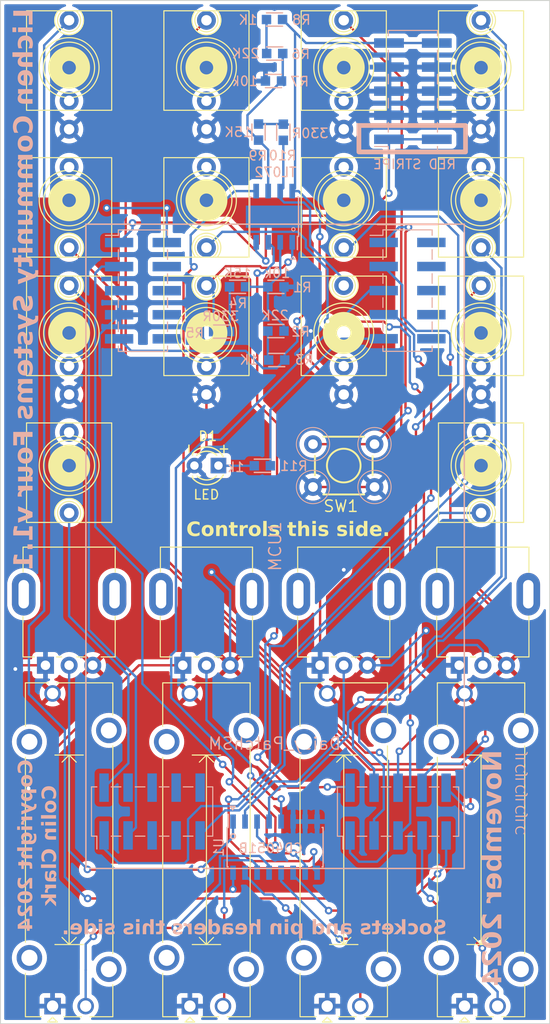
<source format=kicad_pcb>
(kicad_pcb (version 20241229) (generator "pcbnew") (generator_version "9.0")
  (layers (0 "F.Cu" signal) (2 "B.Cu" signal) (13 "F.Paste" user) (15 "B.Paste" user) (5 "F.SilkS" user "F.Silkscreen") (7 "B.SilkS" user "B.Silkscreen") (1 "F.Mask" user) (3 "B.Mask" user) (25 "Edge.Cuts" user))
  (net 0 "")
  (net 1 "GND")
  (net 2 "Net-(D1-A)")
  (net 3 "CV_JACK_1")
  (net 5 "CV_JACK_2")
  (net 7 "CV_JACK_3")
  (net 9 "CV_JACK_4")
  (net 11 "CV_JACK_5")
  (net 13 "CV_JACK_6")
  (net 15 "CV_JACK_7")
  (net 17 "CV_JACK_8")
  (net 19 "AUDIO_CV_OUT_1")
  (net 21 "BIPOLAR_CV_OUT_1")
  (net 23 "BIPOLAR_CV_OUT_2")
  (net 25 "AUDIO_CV_OUT_2")
  (net 27 "-12V")
  (net 28 "+12V")
  (net 29 "GATE_IN_1")
  (net 31 "GATE_OUT_1")
  (net 32 "ADC_MUX")
  (net 37 "+3.3V")
  (net 44 "UNIPOLAR_CV_OUT_2")
  (net 45 "UNIPOLAR_CV_OUT_1")
  (net 46 "GPIO_BUTTON_1")
  (net 47 "CHANNEL_SEL_A")
  (net 48 "CHANNEL_SEL_B")
  (net 49 "CHANNEL_SEL_C")
  (net 50 "GPIO_LED_1")
  (net 56 "Net-(U2A--)")
  (net 57 "Net-(R2-Pad2)")
  (net 58 "Net-(R4-Pad2)")
  (net 59 "Net-(U2B--)")
  (net 60 "Net-(R7-Pad2)")
  (net 61 "Net-(R10-Pad1)")
  (net 62 "Net-(U1-X0)")
  (net 63 "Net-(U1-X1)")
  (net 64 "Net-(U1-X2)")
  (net 65 "Net-(U1-X3)")
  (net 66 "Net-(U1-X4)")
  (net 67 "Net-(U1-X5)")
  (net 68 "Net-(U1-X6)")
  (net 69 "Net-(U1-X7)")
  (footprint "Lichen:Potentiometer_Bourns_PTA2043_Single_Slide" (layer "F.Cu") (at 108.527 199.89 90)
    (property "Reference" "RV1" (hide yes))
    (property "Value" "R_Potentiometer" (hide yes))
  )
  (footprint "PCM_4ms_LED:LED_3mm_C1A2_Polarity_Indicator" (layer "F.Cu") (at 123.043 159.339)
    (property "Reference" "D1")
    (property "Value" "LED")
  )
  (footprint "Lichen:Potentiometer_Bourns_PTA2043_Single_Slide" (layer "F.Cu") (at 152.073 199.89 90)
    (property "Reference" "RV4" (hide yes))
    (property "Value" "R_Potentiometer" (hide yes))
  )
  (footprint "winterbloom:Potentiometer_Alpha_R0904N" (layer "F.Cu") (at 123.043 172.915)
    (property "Reference" "RV6")
    (property "Value" "Eurorack_Pot" (hide yes))
  )
  (footprint "winterbloom:AudioJack_WQP518MA" (layer "F.Cu") (at 152.073 117.339)
    (property "Reference" "J4")
    (property "Value" "Eurorack_Mono_Jack" (hide yes))
  )
  (footprint "winterbloom:AudioJack_WQP518MA" (layer "F.Cu") (at 137.558 117.339)
    (property "Reference" "J3")
    (property "Value" "Eurorack_Mono_Jack" (hide yes))
  )
  (footprint "winterbloom:AudioJack_WQP518MA_No_S" (layer "F.Cu") (at 108.527 159.339 180)
    (property "Reference" "J13")
    (property "Value" "Eurorack_Mono_Jack" (hide yes))
  )
  (footprint "winterbloom:Potentiometer_Alpha_R0904N" (layer "F.Cu") (at 137.558 172.915)
    (property "Reference" "RV7")
    (property "Value" "Eurorack_Pot" (hide yes))
  )
  (footprint "winterbloom:AudioJack_WQP518MA" (layer "F.Cu") (at 108.527 117.339)
    (property "Reference" "J1")
    (property "Value" "Eurorack_Mono_Jack" (hide yes))
  )
  (footprint "winterbloom:AudioJack_WQP518MA" (layer "F.Cu") (at 108.527 145.339)
    (property "Reference" "J9")
    (property "Value" "Eurorack_Mono_Jack" (hide yes))
  )
  (footprint "winterbloom:AudioJack_WQP518MA_No_S" (layer "F.Cu") (at 108.527 131.339 180)
    (property "Reference" "J5")
    (property "Value" "Eurorack_Mono_Jack" (hide yes))
  )
  (footprint "ES_Daisy_Patch_SM_FB_Rev1:TL1105SPF250Q_SILK" (layer "F.Cu") (at 137.558 159.339)
    (property "Reference" "SW1")
    (property "Value" "TL1105SPF250Q" (hide yes))
  )
  (footprint "winterbloom:AudioJack_WQP518MA_No_S" (layer "F.Cu") (at 137.558 131.339 180)
    (property "Reference" "J7")
    (property "Value" "Eurorack_Mono_Jack" (hide yes))
  )
  (footprint "winterbloom:Potentiometer_Alpha_R0904N" (layer "F.Cu") (at 152.265 172.915)
    (property "Reference" "RV8")
    (property "Value" "Eurorack_Pot" (hide yes))
  )
  (footprint "winterbloom:AudioJack_WQP518MA_No_S" (layer "F.Cu") (at 152.073 131.339 180)
    (property "Reference" "J8")
    (property "Value" "Eurorack_Mono_Jack" (hide yes))
  )
  (footprint "Lichen:Potentiometer_Bourns_PTA2043_Single_Slide" (layer "F.Cu") (at 123.043 199.89 90)
    (property "Reference" "RV2" (hide yes))
    (property "Value" "R_Potentiometer" (hide yes))
  )
  (footprint "Lichen:Potentiometer_Bourns_PTA2043_Single_Slide" (layer "F.Cu") (at 137.558 199.89 90)
    (property "Reference" "RV3" (hide yes))
    (property "Value" "R_Potentiometer" (hide yes))
  )
  (footprint "winterbloom:AudioJack_WQP518MA" (layer "F.Cu") (at 152.073 145.339)
    (property "Reference" "J12")
    (property "Value" "Eurorack_Mono_Jack" (hide yes))
  )
  (footprint "winterbloom:AudioJack_WQP518MA" (layer "F.Cu") (at 123.043 117.339)
    (property "Reference" "J2")
    (property "Value" "Eurorack_Mono_Jack" (hide yes))
  )
  (footprint "winterbloom:AudioJack_WQP518MA" (layer "F.Cu") (at 123.043 145.339)
    (property "Reference" "J10")
    (property "Value" "Eurorack_Mono_Jack" (hide yes))
  )
  (footprint "Lichen:Daisy_Patch_Submodule_SMD" (layer "F.Cu") (at 130.3 167.86 -90)
    (property "Reference" "MCU1")
    (property "Value" "Daisy_PatchSM")
  )
  (footprint "winterbloom:AudioJack_WQP518MA_No_S" (layer "F.Cu") (at 123.043 131.339 180)
    (property "Reference" "J6")
    (property "Value" "Eurorack_Mono_Jack" (hide yes))
  )
  (footprint "winterbloom:Potentiometer_Alpha_R0904N" (layer "F.Cu") (at 108.527 172.915)
    (property "Reference" "RV5")
    (property "Value" "Eurorack_Pot" (hide yes))
  )
  (footprint "winterbloom:AudioJack_WQP518MA_No_S" (layer "F.Cu") (at 152.073 159.339 180)
    (property "Reference" "J14")
    (property "Value" "Eurorack_Mono_Jack" (hide yes))
  )
  (footprint "winterbloom:AudioJack_WQP518MA" (layer "F.Cu") (at 137.558 145.339)
    (property "Reference" "J11")
    (property "Value" "Eurorack_Mono_Jack" (hide yes))
  )
  (footprint "PCM_4ms_Resistor:R_0603" (layer "B.Cu") (at 124.65 145.2 180)
    (property "Reference" "R5")
    (property "Value" "330R")
  )
  (footprint "PCM_4ms_Package_SOIC:SOIC-16_3.9x9.9mm_Pitch1.27mm" (layer "B.Cu") (at 130.3 199.61 -90)
    (property "Reference" "U1")
    (property "Value" "CD4051B")
  )
  (footprint "PCM_4ms_Resistor:R_0603" (layer "B.Cu") (at 128.95 159.36)
    (property "Reference" "R11")
    (property "Value" "1k")
  )
  (footprint "PCM_4ms_Resistor:R_0603" (layer "B.Cu") (at 130.24 112.26)
    (property "Reference" "R8")
    (property "Value" "1K")
  )
  (footprint "PCM_4ms_Package_SOIC:SOIC-8-1EP_3.9x4.9mm_Pitch1.27mm_HandSolder" (layer "B.Cu") (at 130.205 133.07 90)
    (property "Reference" "U2" (hide yes))
    (property "Value" "TL072")
  )
  (footprint "PCM_4ms_Resistor:R_0603" (layer "B.Cu") (at 130.47 148.2)
    (property "Reference" "R3")
    (property "Value" "1K")
  )
  (footprint "PCM_4ms_Resistor:R_0603" (layer "B.Cu") (at 126.33 140.47 180)
    (property "Reference" "R4")
    (property "Value" "15K")
  )
  (footprint "PCM_4ms_Resistor:R_0603" (layer "B.Cu") (at 130.39 145.14 180)
    (property "Reference" "R2")
    (property "Value" "22K")
  )
  (footprint "PCM_4ms_Resistor:R_0603" (layer "B.Cu") (at 128.55 124.14 90)
    (property "Reference" "R9")
    (property "Value" "15K")
  )
  (footprint "PCM_4ms_Resistor:R_0603" (layer "B.Cu") (at 131.17 124.16 -90)
    (property "Reference" "R10")
    (property "Value" "330R")
  )
  (footprint "Connector_PinHeader_2.54mm:PinHeader_2x05_P2.54mm_Vertical_SMD" (layer "B.Cu") (at 144.865 119.82)
    (property "Reference" "PWR1" (hide yes))
    (property "Value" "Eurorack_Power")
  )
  (footprint "PCM_4ms_Resistor:R_0603" (layer "B.Cu") (at 130.39 140.48 180)
    (property "Reference" "R1")
    (property "Value" "10k")
  )
  (footprint "PCM_4ms_Resistor:R_0603" (layer "B.Cu") (at 130.26 115.85 180)
    (property "Reference" "R7")
    (property "Value" "22K")
  )
  (footprint "PCM_4ms_Resistor:R_0603" (layer "B.Cu") (at 130.13 118.75)
    (property "Reference" "R6")
    (property "Value" "10k")
  )
  (gr_rect (start 139.16 123.445) (end 150.43 126.235) (stroke (width 0.5)) (fill no) (layer "B.SilkS"))
  (gr_rect (start 101.27 110.25) (end 159.33 218.25) (stroke (width 0.1)) (fill no) (layer "Edge.Cuts"))
  (gr_text "Controls this side." (at 120.91 167.03 0) (layer "F.SilkS") (effects (font (size 1.5 1.5) (thickness 0.2) (bold yes)) (justify left bottom)))
  (gr_text "Copyright 2024\nColin Clark" (at 107.4 199.45 90) (layer "B.SilkS") (effects (font (size 1.5 1.5) (thickness 0.2) (bold yes)) (justify bottom mirror)))
  (gr_text "Sockets and pin headers this side." (at 148.45 209.06 0) (layer "B.SilkS") (effects (font (size 1.5 1.5) (thickness 0.2) (bold yes)) (justify left bottom mirror)))
  (gr_text "JLCJLCJLCJLC" (at 156.89 189.64 90) (layer "B.SilkS") (effects (font (size 1 1)) (justify left bottom mirror)))
  (gr_text "November 2024" (at 154.55 189.34 90) (layer "B.SilkS") (effects (font (size 2 2) (thickness 0.3) (bold yes)) (justify left bottom mirror)))
  (gr_text "Lichen Community Systems Four v1.1" (at 105 111.08 90) (layer "B.SilkS") (effects (font (size 2 2) (thickness 0.4) (bold yes)) (justify left bottom mirror)))
  (segment (start 106.027 180.415) (end 103.235 180.415) (width 0.25) (layer "F.Cu") (net 1))
  (segment (start 115.915 180.415) (end 120.543 180.415) (width 0.25) (layer "F.Cu") (net 1))
  (segment (start 104.24 193.41) (end 104.24 192.09) (width 0.25) (layer "F.Cu") (net 1))
  (segment (start 103.235 180.415) (end 102.84 180.81) (width 0.25) (layer "F.Cu") (net 1))
  (segment (start 123.043 151.839) (end 123.043 158.069) (width 0.25) (layer "F.Cu") (net 1))
  (segment (start 134.07 148.351) (end 137.558 151.839) (width 0.25) (layer "F.Cu") (net 1))
  (segment (start 140.8092 161.5996) (end 134.3068 161.5996) (width 0.25) (layer "F.Cu") (net 1))
  (segment (start 134.07 145.13) (end 134.07 148.351) (width 0.25) (layer "F.Cu") (net 1))
  (segment (start 123.043 158.069) (end 121.773 159.339) (width 0.25) (layer "F.Cu") (net 1))
  (segment (start 135.058 172.842) (end 137.56 170.34) (width 0.25) (layer "F.Cu") (net 1))
  (segment (start 104.24 192.09) (end 115.915 180.415) (width 0.25) (layer "F.Cu") (net 1))
  (segment (start 135.058 180.415) (end 135.058 172.842) (width 0.25) (layer "F.Cu") (net 1))
  (via (at 134.07 145.13) (size 0.8) (drill 0.4) (layers "F.Cu" "B.Cu") (net 1))
  (via (at 137.56 170.34) (size 0.8) (drill 0.4) (layers "F.Cu" "B.Cu") (net 1))
  (via (at 102.84 180.81) (size 0.8) (drill 0.4) (layers "F.Cu" "B.Cu") (net 1))
  (via (at 104.24 193.41) (size 0.8) (drill 0.4) (layers "F.Cu" "B.Cu") (net 1))
  (segment (start 113.739 151.839) (end 123.043 151.839) (width 0.25) (layer "B.Cu") (net 1))
  (segment (start 142.34 119.82) (end 142.34 122.36) (width 0.25) (layer "B.Cu") (net 1))
  (segment (start 142.34 117.28) (end 147.39 117.28) (width 0.25) (layer "B.Cu") (net 1))
  (segment (start 147.39 119.82) (end 147.39 122.36) (width 0.25) (layer "B.Cu") (net 1))
  (segment (start 147.39 119.82) (end 142.34 119.82) (width 0.25) (layer "B.Cu") (net 1))
  (segment (start 113.81 143.42) (end 111.74 145.49) (width 0.25) (layer "B.Cu") (net 1))
  (segment (start 111.74 145.49) (end 111.74 149.84) (width 0.25) (layer "B.Cu") (net 1))
  (segment (start 147.39 122.36) (end 142.34 122.36) (width 0.25) (layer "B.Cu") (net 1))
  (segment (start 111.74 149.84) (end 113.739 151.839) (width 0.25) (layer "B.Cu") (net 1))
  (segment (start 124.334 159.36) (end 124.313 159.339) (width 0.25) (layer "B.Cu") (net 2))
  (segment (start 128.1 159.36) (end 124.334 159.36) (width 0.25) (layer "B.Cu") (net 2))
  (segment (start 144.89 205.03) (end 147.48 202.44) (width 0.25) (layer "F.Cu") (net 3))
  (segment (start 147.48 202.44) (end 147.48 202.43) (width 0.25) (layer "F.Cu") (net 3))
  (segment (start 110.49 205.03) (end 144.89 205.03) (width 0.25) (layer "F.Cu") (net 3))
  (segment (start 147.49 202.43) (end 147.53 202.39) (width 0.25) (layer "F.Cu") (net 3))
  (segment (start 147.48 202.43) (end 147.49 202.43) (width 0.25) (layer "F.Cu") (net 3))
  (via (at 147.48 202.43) (size 0.8) (drill 0.4) (layers "F.Cu" "B.Cu") (net 3))
  (via (at 110.49 205.03) (size 0.8) (drill 0.4) (layers "F.Cu" "B.Cu") (net 3))
  (segment (start 110.49 205.16) (end 110.42 205.09) (width 0.25) (layer "B.Cu") (net 3))
  (segment (start 108.077 202.747) (end 110.36 205.03) (width 0.25) (layer "B.Cu") (net 3))
  (segment (start 148.38 201.53) (end 148.38 198.38) (width 0.25) (layer "B.Cu") (net 3))
  (segment (start 105.89 174.65) (end 104.275 176.265) (width 0.25) (layer "B.Cu") (net 3))
  (segment (start 108.077 187.257) (end 108.077 202.747) (width 0.25) (layer "B.Cu") (net 3))
  (segment (start 110.49 205.03) (end 110.49 205.16) (width 0.25) (layer "B.Cu") (net 3))
  (segment (start 110.36 205.03) (end 110.49 205.03) (width 0.25) (layer "B.Cu") (net 3))
  (segment (start 104.275 183.455) (end 108.077 187.257) (width 0.25) (layer "B.Cu") (net 3))
  (segment (start 105.89 114.976) (end 105.89 174.65) (width 0.25) (layer "B.Cu") (net 3))
  (segment (start 104.275 176.265) (end 104.275 183.455) (width 0.25) (layer "B.Cu") (net 3))
  (segment (start 108.527 112.339) (end 105.89 114.976) (width 0.25) (layer "B.Cu") (net 3))
  (segment (start 147.48 202.43) (end 148.38 201.53) (width 0.25) (layer "B.Cu") (net 3))
  (segment (start 152.4 192.83) (end 150.42 190.85) (width 0.25) (layer "F.Cu") (net 5))
  (segment (start 146.71 205.023182) (end 147.446818 205.76) (width 0.25) (layer "F.Cu") (net 5))
  (segment (start 147.446818 205.76) (end 149.36 205.76) (width 0.25) (layer "F.Cu") (net 5))
  (segment (start 114.505 120.877) (end 123.043 112.339) (width 0.25) (layer "F.Cu") (net 5))
  (segment (start 152.4 202.72) (end 152.4 192.83) (width 0.25) (layer "F.Cu") (net 5))
  (segment (start 114.505 164.928604) (end 114.505 120.877) (width 0.25) (layer "F.Cu") (net 5))
  (segment (start 150.42 190.85) (end 140.426396 190.85) (width 0.25) (layer "F.Cu") (net 5))
  (segment (start 149.36 205.76) (end 152.4 202.72) (width 0.25) (layer "F.Cu") (net 5))
  (segment (start 140.426396 190.85) (end 114.505 164.928604) (width 0.25) (layer "F.Cu") (net 5))
  (via (at 146.71 205.023182) (size 0.8) (drill 0.4) (layers "F.Cu" "B.Cu") (net 5))
  (segment (start 146.71 205.023182) (end 145.84 204.153182) (width 0.25) (layer "B.Cu") (net 5))
  (segment (start 145.84 204.153182) (end 145.84 198.38) (width 0.25) (layer "B.Cu") (net 5))
  (segment (start 144.59 186.5) (end 144.59 163.37) (width 0.25) (layer "F.Cu") (net 7))
  (segment (start 144.59 163.37) (end 143.635 162.415) (width 0.25) (layer "F.Cu") (net 7))
  (segment (start 143.685 118.466) (end 137.558 112.339) (width 0.25) (layer "F.Cu") (net 7))
  (segment (start 143.635 134.530305) (end 143.685 134.480305) (width 0.25) (layer "F.Cu") (net 7))
  (segment (start 143.685 134.480305) (end 143.685 118.466) (width 0.25) (layer "F.Cu") (net 7))
  (segment (start 143.635 162.415) (end 143.635 134.530305) (width 0.25) (layer "F.Cu") (net 7))
  (via (at 144.59 186.5) (size 0.8) (drill 0.4) (layers "F.Cu" "B.Cu") (net 7))
  (segment (start 144.59 186.5) (end 144.58 186.51) (width 0.25) (layer "B.Cu") (net 7))
  (segment (start 144.58 197.1) (end 143.3 198.38) (width 0.25) (layer "B.Cu") (net 7))
  (segment (start 144.58 186.51) (end 144.58 197.1) (width 0.25) (layer "B.Cu") (net 7))
  (segment (start 141.79 191.09) (end 141.79 195.62) (width 0.25) (layer "B.Cu") (net 9))
  (segment (start 146.41 178.843604) (end 146.41 179.44) (width 0.25) (layer "B.Cu") (net 9))
  (segment (start 152.073 112.339) (end 154.68 114.946) (width 0.25) (layer "B.Cu") (net 9))
  (segment (start 140.76 196.65) (end 140.76 198.38) (width 0.25) (layer "B.Cu") (net 9))
  (segment (start 146.41 179.44) (end 139.19 186.66) (width 0.25) (layer "B.Cu") (net 9))
  (segment (start 148.06 177.83) (end 147.423604 177.83) (width 0.25) (layer "B.Cu") (net 9))
  (segment (start 147.423604 177.83) (end 146.41 178.843604) (width 0.25) (layer "B.Cu") (net 9))
  (segment (start 154.68 171.21) (end 148.06 177.83) (width 0.25) (layer "B.Cu") (net 9))
  (segment (start 139.19 186.66) (end 139.19 188.49) (width 0.25) (layer "B.Cu") (net 9))
  (segment (start 154.68 114.946) (end 154.68 171.21) (width 0.25) (layer "B.Cu") (net 9))
  (segment (start 139.19 188.49) (end 141.79 191.09) (width 0.25) (layer "B.Cu") (net 9))
  (segment (start 141.79 195.62) (end 140.76 196.65) (width 0.25) (layer "B.Cu") (net 9))
  (segment (start 150.96 192.11) (end 150.96 195.32) (width 0.25) (layer "F.Cu") (net 11))
  (segment (start 114.055 165.115) (end 140.38 191.44) (width 0.25) (layer "F.Cu") (net 11))
  (segment (start 140.38 191.44) (end 150.29 191.44) (width 0.25) (layer "F.Cu") (net 11))
  (segment (start 114.055 141.867) (end 114.055 165.115) (width 0.25) (layer "F.Cu") (net 11))
  (segment (start 150.96 195.32) (end 150.96 195.43) (width 0.25) (layer "F.Cu") (net 11))
  (segment (start 108.527 136.339) (end 114.055 141.867) (width 0.25) (layer "F.Cu") (net 11))
  (segment (start 150.29 191.44) (end 150.96 192.11) (width 0.25) (layer "F.Cu") (net 11))
  (via (at 150.96 195.32) (size 0.8) (drill 0.4) (layers "F.Cu" "B.Cu") (net 11))
  (segment (start 150.96 195.32) (end 150.36 195.32) (width 0.25) (layer "B.Cu") (net 11))
  (segment (start 150.36 195.32) (end 148.38 193.34) (width 0.25) (layer "B.Cu") (net 11))
  (segment (start 145.08 151.08) (end 146.03 152.03) (width 0.25) (layer "F.Cu") (net 13))
  (segment (start 152.52 188.2) (end 152.5 188.2) (width 0.25) (layer "F.Cu") (net 13))
  (segment (start 135.85 144.13) (end 135.87 144.15) (width 0.25) (layer "F.Cu") (net 13))
  (segment (start 141.82 144.15) (end 142.37 144.7) (width 0.25) (layer "F.Cu") (net 13))
  (segment (start 146.03 167.126396) (end 156.773604 177.87) (width 0.25) (layer "F.Cu") (net 13))
  (segment (start 152.52 185.93) (end 152.52 188.2) (width 0.25) (layer "F.Cu") (net 13))
  (segment (start 152.5 188.2) (end 152.54 188.16) (width 0.25) (layer "F.Cu") (net 13))
  (segment (start 156.773604 181.676396) (end 152.52 185.93) (width 0.25) (layer "F.Cu") (net 13))
  (segment (start 156.773604 177.87) (end 156.773604 181.676396) (width 0.25) (layer "F.Cu") (net 13))
  (segment (start 146.03 152.03) (end 146.03 167.126396) (width 0.25) (layer "F.Cu") (net 13))
  (segment (start 135.87 144.15) (end 141.82 144.15) (width 0.25) (layer "F.Cu") (net 13))
  (via (at 145.08 151) (size 0.8) (drill 0.4) (layers "F.Cu" "B.Cu") (net 13))
  (via (at 152.52 188.2) (size 0.8) (drill 0.4) (layers "F.Cu" "B.Cu") (net 13))
  (via (at 135.85 144.13) (size 0.8) (drill 0.4) (layers "F.Cu" "B.Cu") (net 13))
  (via (at 142.38 144.71) (size 0.8) (drill 0.4) (layers "F.Cu" "B.Cu") (net 13))
  (segment (start 149.93 190.81) (end 147.29 190.81) (width 0.25) (layer "B.Cu") (net 13))
  (segment (start 152.52 188.22) (end 149.93 190.81) (width 0.25) (layer "B.Cu") (net 13))
  (segment (start 135.85 138.616396) (end 133.55 136.316396) (width 0.25) (layer "B.Cu") (net 13))
  (segment (start 142.37 144.7) (end 142.38 144.71) (width 0.25) (layer "B.Cu") (net 13))
  (segment (start 124.712 134.67) (end 123.043 136.339) (width 0.25) (layer "B.Cu") (net 13))
  (segment (start 152.52 188.2) (end 152.52 188.22) (width 0.25) (layer "B.Cu") (net 13))
  (segment (start 133.55 136.316396) (end 133.55 135.51) (width 0.25) (layer "B.Cu") (net 13))
  (segment (start 133.55 135.51) (end 132.71 134.67) (width 0.25) (layer "B.Cu") (net 13))
  (segment (start 144.545 150.545) (end 144.545 145.735) (width 0.25) (layer "B.Cu") (net 13))
  (segment (start 144.545 145.735) (end 143.52 144.71) (width 0.25) (layer "B.Cu") (net 13))
  (segment (start 147.29 190.81) (end 145.84 192.26) (width 0.25) (layer "B.Cu") (net 13))
  (segment (start 135.85 144.13) (end 135.85 138.616396) (width 0.25) (layer "B.Cu") (net 13))
  (segment (start 145.08 151.08) (end 145.08 151) (width 0.25) (layer "B.Cu") (net 13))
  (segment (start 145.84 192.26) (end 145.84 193.34) (width 0.25) (layer "B.Cu") (net 13))
  (segment (start 143.52 144.71) (end 142.38 144.71) (width 0.25) (layer "B.Cu") (net 13))
  (segment (start 145 151) (end 144.545 150.545) (width 0.25) (layer "B.Cu") (net 13))
  (segment (start 145.08 151) (end 145 151) (width 0.25) (layer "B.Cu") (net 13))
  (segment (start 132.71 134.67) (end 124.712 134.67) (width 0.25) (layer "B.Cu") (net 13))
  (segment (start 145.19 155.22) (end 145.16 155.25) (width 0.25) (layer "F.Cu") (net 15))
  (segment (start 143.55 189.49) (end 143.43 189.49) (width 0.25) (layer "F.Cu") (net 15))
  (segment (start 145.16 155.25) (end 145.19 155.28) (width 0.25) (layer "F.Cu") (net 15))
  (segment (start 145.19 155.28) (end 145.19 180.78) (width 0.25) (layer "F.Cu") (net 15))
  (segment (start 148.19 183.78) (end 148.19 184.85) (width 0.25) (layer "F.Cu") (net 15))
  (segment (start 143.43 189.49) (end 143.4 189.52) (width 0.25) (layer "F.Cu") (net 15))
  (segment (start 145.19 180.78) (end 148.19 183.78) (width 0.25) (layer "F.Cu") (net 15))
  (segment (start 148.19 184.85) (end 143.55 189.49) (width 0.25) (layer "F.Cu") (net 15))
  (via (at 145.16 155.25) (size 0.8) (drill 0.4) (layers "F.Cu" "B.Cu") (net 15))
  (via (at 143.43 189.49) (size 0.8) (drill 0.4) (layers "F.Cu" "B.Cu") (net 15))
  (segment (start 149.66 150.75) (end 149.66 135.05) (width 0.25) (layer "B.Cu") (net 15))
  (segment (start 143.43 189.49) (end 143.3 189.62) (width 0.25) (layer "B.Cu") (net 15))
  (segment (start 141.49 133.05) (end 138.201 136.339) (width 0.25) (layer "B.Cu") (net 15))
  (segment (start 147.66 133.05) (end 141.49 133.05) (width 0.25) (layer "B.Cu") (net 15))
  (segment (start 143.3 189.62) (end 143.3 193.34) (width 0.25) (layer "B.Cu") (net 15))
  (segment (start 149.66 135.05) (end 147.66 133.05) (width 0.25) (layer "B.Cu") (net 15))
  (segment (start 138.201 136.339) (end 137.558 136.339) (width 0.25) (layer "B.Cu") (net 15))
  (segment (start 145.16 155.25) (end 149.66 150.75) (width 0.25) (layer "B.Cu") (net 15))
  (segment (start 138.53 189.13) (end 138.53 186.45) (width 0.25) (layer "B.Cu") (net 17))
  (segment (start 147.873604 177.38) (end 154.23 171.023604) (width 0.25) (layer "B.Cu") (net 17))
  (segment (start 140.76 191.36) (end 138.53 189.13) (width 0.25) (layer "B.Cu") (net 17))
  (segment (start 138.53 186.45) (end 145.96 179.02) (width 0.25) (layer "B.Cu") (net 17))
  (segment (start 154.23 138.496) (end 154.23 140.4) (width 0.25) (layer "B.Cu") (net 17))
  (segment (start 152.073 136.339) (end 154.23 138.496) (width 0.25) (layer "B.Cu") (net 17))
  (segment (start 140.76 193.34) (end 140.76 191.36) (width 0.25) (layer "B.Cu") (net 17))
  (segment (start 145.96 179.02) (end 145.96 178.657208) (width 0.25) (layer "B.Cu") (net 17))
  (segment (start 145.96 178.657208) (end 147.237208 177.38) (width 0.25) (layer "B.Cu") (net 17))
  (segment (start 147.237208 177.38) (end 147.873604 177.38) (width 0.25) (layer "B.Cu") (net 17))
  (segment (start 154.23 171.023604) (end 154.23 139.12) (width 0.25) (layer "B.Cu") (net 17))
  (segment (start 110.61 142.422) (end 110.61 176.673604) (width 0.25) (layer "B.Cu") (net 19))
  (segment (start 110.61 176.673604) (end 115.585 181.648604) (width 0.25) (layer "B.Cu") (net 19))
  (segment (start 108.527 140.339) (end 110.61 142.422) (width 0.25) (layer "B.Cu") (net 19))
  (segment (start 115.585 197.545) (end 114.76 198.37) (width 0.25) (layer "B.Cu") (net 19))
  (segment (start 115.585 181.648604) (end 115.585 197.545) (width 0.25) (layer "B.Cu") (net 19))
  (segment (start 131.07 138.47) (end 128.885305 138.47) (width 0.25) (layer "F.Cu") (net 21))
  (segment (start 125.087 138.295) (end 123.043 140.339) (width 0.25) (layer "F.Cu") (net 21))
  (segment (start 131.67 137.87) (end 131.07 138.47) (width 0.25) (layer "F.Cu") (net 21))
  (segment (start 128.885305 138.47) (end 128.710305 138.295) (width 0.25) (layer "F.Cu") (net 21))
  (segment (start 128.710305 138.295) (end 125.087 138.295) (width 0.25) (layer "F.Cu") (net 21))
  (via (at 131.67 137.87) (size 0.8) (drill 0.4) (layers "F.Cu" "B.Cu") (net 21))
  (segment (start 123.8 145.2) (end 123.8 141.096) (width 0.25) (layer "B.Cu") (net 21))
  (segment (start 131.72 137.87) (end 131.67 137.87) (width 0.25) (layer "B.Cu") (net 21))
  (segment (start 132.11 137.48) (end 131.72 137.87) (width 0.25) (layer "B.Cu") (net 21))
  (segment (start 132.11 135.77) (end 132.11 137.48) (width 0.25) (layer "B.Cu") (net 21))
  (segment (start 131.67 137.87) (end 131.67 137.92) (width 0.25) (layer "B.Cu") (net 21))
  (segment (start 123.8 141.096) (end 123.043 140.339) (width 0.25) (layer "B.Cu") (net 21))
  (segment (start 131.67 137.92) (end 131.71 137.88) (width 0.25) (layer "B.Cu") (net 21))
  (segment (start 131.17 130.04) (end 130.84 130.37) (width 0.25) (layer "B.Cu") (net 23))
  (segment (start 137.558 139.688) (end 134 136.13) (width 0.25) (layer "B.Cu") (net 23))
  (segment (start 130.84 131.145) (end 130.84 130.37) (width 0.25) (layer "B.Cu") (net 23))
  (segment (start 133.33962 131.57) (end 131.265 131.57) (width 0.25) (layer "B.Cu") (net 23))
  (segment (start 137.558 140.339) (end 137.558 139.688) (width 0.25) (layer "B.Cu") (net 23))
  (segment (start 131.265 131.57) (end 130.84 131.145) (width 0.25) (layer "B.Cu") (net 23))
  (segment (start 131.17 125.01) (end 131.17 130.04) (width 0.25) (layer "B.Cu") (net 23))
  (segment (start 134 136.13) (end 134 132.23038) (width 0.25) (layer "B.Cu") (net 23))
  (segment (start 134 132.23038) (end 133.33962 131.57) (width 0.25) (layer "B.Cu") (net 23))
  (segment (start 152.073 140.339) (end 150.4 142.012) (width 0.25) (layer "F.Cu") (net 25))
  (segment (start 150.4 142.012) (end 150.4 161.009661) (width 0.25) (layer "F.Cu") (net 25))
  (via (at 150.35 161.03) (size 0.8) (drill 0.4) (layers "F.Cu" "B.Cu") (net 25))
  (segment (start 130.85 180.559661) (end 130.85 190.756396) (width 0.25) (layer "B.Cu") (net 25))
  (segment (start 122.49 195.28) (end 121.1 196.67) (width 0.25) (layer "B.Cu") (net 25))
  (segment (start 121.1 196.67) (end 121.1 200.93) (width 0.25) (layer "B.Cu") (net 25))
  (segment (start 130.85 190.756396) (end 126.326396 195.28) (width 0.25) (layer "B.Cu") (net 25))
  (segment (start 150.4 161.009661) (end 150.379661 161.03) (width 0.25) (layer "B.Cu") (net 25))
  (segment (start 121.1 200.93) (end 120.73 201.3) (width 0.25) (layer "B.Cu") (net 25))
  (segment (start 150.35 161.03) (end 150.35 161.059661) (width 0.25) (layer "B.Cu") (net 25))
  (segment (start 112.22 199.75) (end 112.22 198.37) (width 0.25) (layer "B.Cu") (net 25))
  (segment (start 126.326396 195.28) (end 122.49 195.28) (width 0.25) (layer "B.Cu") (net 25))
  (segment (start 120.73 201.3) (end 113.77 201.3) (width 0.25) (layer "B.Cu") (net 25))
  (segment (start 113.77 201.3) (end 112.22 199.75) (width 0.25) (layer "B.Cu") (net 25))
  (segment (start 150.35 161.059661) (end 130.85 180.559661) (width 0.25) (layer "B.Cu") (net 25))
  (segment (start 150.379661 161.03) (end 150.35 161.03) (width 0.25) (layer "B.Cu") (net 25))
  (segment (start 115.23 133.73) (end 115.23 133.75) (width 0.25) (layer "F.Cu") (net 27))
  (segment (start 129.32 137.74) (end 129.36 137.74) (width 0.25) (layer "F.Cu") (net 27))
  (segment (start 129.946 132.964) (end 129.32 133.59) (width 0.25) (layer "F.Cu") (net 27))
  (segment (start 129.32 133.59) (end 129.32 137.74) (width 0.25) (layer "F.Cu") (net 27))
  (segment (start 115.25 133.73) (end 115.23 133.73) (width 0.25) (layer "F.Cu") (net 27))
  (segment (start 125.27 133.69) (end 115.29 133.69) (width 0.25) (layer "F.Cu") (net 27))
  (segment (start 115.29 133.69) (end 115.25 133.73) (width 0.25) (layer "F.Cu") (net 27))
  (segment (start 142.33 130.59) (end 139.956 132.964) (width 0.25) (layer "F.Cu") (net 27))
  (segment (start 129.32 137.74) (end 125.27 133.69) (width 0.25) (layer "F.Cu") (net 27))
  (segment (start 139.956 132.964) (end 129.946 132.964) (width 0.25) (layer "F.Cu") (net 27))
  (segment (start 115.23 133.75) (end 115.23 133.75) (width 0.25) (layer "F.Cu") (net 27))
  (via (at 115.23 133.73) (size 0.8) (drill 0.4) (layers "F.Cu" "B.Cu") (net 27))
  (via (at 142.33 130.59) (size 0.8) (drill 0.4) (layers "F.Cu" "B.Cu") (net 27))
  (via (at 129.32 137.74) (size 0.8) (drill 0.4) (layers "F.Cu" "B.Cu") (net 27))
  (segment (start 115.23 134.38) (end 113.81 135.8) (width 0.25) (layer "B.Cu") (net 27))
  (segment (start 142.34 124.9) (end 142.33 130.59) (width 0.25) (layer "B.Cu") (net 27))
  (segment (start 129.32 137.74) (end 128.3 136.72) (width 0.25) (layer "B.Cu") (net 27))
  (segment (start 128.3 136.72) (end 128.3 135.77) (width 0.25) (layer "B.Cu") (net 27))
  (segment (start 142.33 130.59) (end 142.34 130.57) (width 0.25) (layer "B.Cu") (net 27))
  (segment (start 147.39 124.9) (end 142.34 124.9) (width 0.25) (layer "B.Cu") (net 27))
  (segment (start 115.23 133.73) (end 115.23 134.38) (width 0.25) (layer "B.Cu") (net 27))
  (segment (start 135.03 135.18) (end 135.01 135.2) (width 0.25) (layer "F.Cu") (net 28))
  (segment (start 135.01 135.2) (end 135.01 141.7) (width 0.25) (layer "F.Cu") (net 28))
  (segment (start 135.01 141.7) (end 132.61 144.1) (width 0.25) (layer "F.Cu") (net 28))
  (via (at 135.03 135.18) (size 0.8) (drill 0.4) (layers "F.Cu" "B.Cu") (net 28))
  (via (at 132.61 144.1) (size 0.8) (drill 0.4) (layers "F.Cu" "B.Cu") (net 28))
  (segment (start 132.11 130.37) (end 132.41 130.07) (width 0.25) (layer "B.Cu") (net 28))
  (segment (start 131.32 147.57) (end 131.32 148.2) (width 0.25) (layer "B.Cu") (net 28))
  (segment (start 132.65 146.24) (end 131.32 147.57) (width 0.25) (layer "B.Cu") (net 28))
  (segment (start 135.03 135.18) (end 135.06 135.16) (width 0.25) (layer "B.Cu") (net 28))
  (segment (start 113.81 145.96) (end 115.08 147.23) (width 0.25) (layer "B.Cu") (net 28))
  (segment (start 135.06 132.653984) (end 135.03 135.18) (width 0.25) (layer "B.Cu") (net 28))
  (segment (start 132.65 144.14) (end 132.65 146.24) (width 0.25) (layer "B.Cu") (net 28))
  (segment (start 132.776016 130.37) (end 135.06 132.653984) (width 0.25) (layer "B.Cu") (net 28))
  (segment (start 132.41 113.58) (end 131.09 112.26) (width 0.25) (layer "B.Cu") (net 28))
  (segment (start 129.03038 149.07) (end 130.45 149.07) (width 0.25) (layer "B.Cu") (net 28))
  (segment (start 127.19038 147.23) (end 129.03038 149.07) (width 0.25) (layer "B.Cu") (net 28))
  (segment (start 132.11 130.37) (end 132.776016 130.37) (width 0.25) (layer "B.Cu") (net 28))
  (segment (start 132.41 130.07) (end 132.41 113.58) (width 0.25) (layer "B.Cu") (net 28))
  (segment (start 130.45 149.07) (end 131.32 148.2) (width 0.25) (layer "B.Cu") (net 28))
  (segment (start 115.08 147.23) (end 127.19038 147.23) (width 0.25) (layer "B.Cu") (net 28))
  (segment (start 131.09 112.26) (end 133.57 114.74) (width 0.25) (layer "B.Cu") (net 28))
  (segment (start 147.39 114.74) (end 142.34 114.74) (width 0.25) (layer "B.Cu") (net 28))
  (segment (start 132.61 144.1) (end 132.65 144.14) (width 0.25) (layer "B.Cu") (net 28))
  (segment (start 133.57 114.74) (end 142.34 114.74) (width 0.25) (layer "B.Cu") (net 28))
  (segment (start 114.79 190.76) (end 112.22 193.33) (width 0.25) (layer "B.Cu") (net 29))
  (segment (start 108.527 175.227) (end 114.79 181.49) (width 0.25) (layer "B.Cu") (net 29))
  (segment (start 114.79 181.49) (end 114.79 190.76) (width 0.25) (layer "B.Cu") (net 29))
  (segment (start 108.527 164.339) (end 108.527 175.227) (width 0.25) (layer "B.Cu") (net 29))
  (segment (start 152.073 164.339) (end 147.707057 164.339) (width 0.25) (layer "B.Cu") (net 31))
  (segment (start 131.3 180.746057) (end 131.3 190.942792) (width 0.25) (layer "B.Cu") (net 31))
  (segment (start 131.3 190.942792) (end 126.512792 195.73) (width 0.25) (layer "B.Cu") (net 31))
  (segment (start 126.512792 195.73) (end 125.02 195.73) (width 0.25) (layer "B.Cu") (net 31))
  (segment (start 147.707057 164.339) (end 131.3 180.746057) (width 0.25) (layer "B.Cu") (net 31))
  (segment (start 125.02 195.73) (end 122.38 198.37) (width 0.25) (layer "B.Cu") (net 31))
  (segment (start 124.76 190.88) (end 130.34 196.46) (width 0.25) (layer "F.Cu") (net 32))
  (segment (start 130.34 196.46) (end 130.31 199.4) (width 0.25) (layer "F.Cu") (net 32))
  (segment (start 130.31 199.4) (end 130.34 199.43) (width 0.25) (layer "F.Cu") (net 32))
  (via (at 130.31 199.4) (size 0.8) (drill 0.4) (layers "F.Cu" "B.Cu") (net 32))
  (via (at 124.76 190.88) (size 0.8) (drill 0.4) (layers "F.Cu" "B.Cu") (net 32))
  (segment (start 124.76 190.85) (end 124.76 190.88) (width 0.25) (layer "B.Cu") (net 32))
  (segment (start 111.29 139.02) (end 111.29 165.79) (width 0.25) (layer "B.Cu") (net 32))
  (segment (start 111.97 138.34) (end 111.29 139.02) (width 0.25) (layer "B.Cu") (net 32))
  (segment (start 116.27 170.77) (end 116.27 182.36) (width 0.25) (layer "B.Cu") (net 32))
  (segment (start 130.31 199.4) (end 129.32 199.4) (width 0.25) (layer "B.Cu") (net 32))
  (segment (start 111.29 165.79) (end 116.27 170.77) (width 0.25) (layer "B.Cu") (net 32))
  (segment (start 124.76 190.88) (end 124.79 190.88) (width 0.25) (layer "B.Cu") (net 32))
  (segment (start 124.79 190.88) (end 124.68 190.77) (width 0.25) (layer "B.Cu") (net 32))
  (segment (start 128.395 198.475) (end 128.395 196.91) (width 0.25) (layer "B.Cu") (net 32))
  (segment (start 129.32 199.4) (end 128.395 198.475) (width 0.25) (layer "B.Cu") (net 32))
  (segment (start 116.27 182.36) (end 124.76 190.85) (width 0.25) (layer "B.Cu") (net 32))
  (segment (start 113.81 138.34) (end 111.97 138.34) (width 0.25) (layer "B.Cu") (net 32))
  (via (at 125.84 204.05) (size 0.8) (drill 0.4) (layers "F.Cu" "B.Cu") (net 37))
  (via (at 123.59 170.59) (size 0.8) (drill 0.4) (layers "F.Cu" "B.Cu") (net 37))
  (via (at 118.85 132.16) (size 0.8) (drill 0.4) (layers "F.Cu" "B.Cu") (net 37))
  (via (at 112.5 132.15) (size 0.8) (drill 0.4) (layers "F.Cu" "B.Cu") (net 37))
  (via (at 146.26 176.76) (size 0.8) (drill 0.4) (layers "F.Cu" "B.Cu") (net 37))
  (segment (start 112.51 132.16) (end 112.5 132.15) (width 0.25) (layer "B.Cu") (net 37))
  (segment (start 125.855 203.06) (end 125.86 203.065) (width 0.25) (layer "B.Cu") (net 37))
  (segment (start 125.86 204.03) (end 125.84 204.05) (width 0.25) (layer "B.Cu") (net 37))
  (segment (start 142.605 180.415) (end 146.26 176.76) (width 0.25) (layer "B.Cu") (net 37))
  (segment (start 125.84 204.05) (end 125.86 204.07) (width 0.25) (layer "B.Cu") (net 37))
  (segment (start 118.85 132.16) (end 118.89 132.16) (width 0.25) (layer "B.Cu") (net 37))
  (segment (start 125.86 203.065) (end 125.86 204.03) (width 0.25) (layer "B.Cu") (net 37))
  (segment (start 118.85 132.2) (end 118.85 132.2) (width 0.25) (layer "B.Cu") (net 37))
  (segment (start 118.85 132.2) (end 118.85 132.16) (width 0.25) (layer "B.Cu") (net 37))
  (segment (start 125.855 202.31) (end 125.855 203.06) (width 0.25) (layer "B.Cu") (net 37))
  (segment (start 125.543 172.543) (end 125.543 180.415) (width 0.25) (layer "B.Cu") (net 37))
  (segment (start 140.058 180.415) (end 142.605 180.415) (width 0.25) (layer "B.Cu") (net 37))
  (segment (start 118.85 135.8) (end 118.85 132.2) (width 0.25) (layer "B.Cu") (net 37))
  (segment (start 123.59 170.59) (end 125.543 172.543) (width 0.25) (layer "B.Cu") (net 37))
  (segment (start 118.89 132.16) (end 118.87 132.18) (width 0.25) (layer "B.Cu") (net 37))
  (segment (start 125.86 204.07) (end 125.86 204.1) (width 0.25) (layer "B.Cu") (net 37))
  (segment (start 118.85 132.16) (end 112.51 132.16) (width 0.25) (layer "B.Cu") (net 37))
  (segment (start 139.852792 189.64) (end 120.6225 170.409708) (width 0.25) (layer "F.Cu") (net 44))
  (segment (start 120.6225 170.409708) (end 120.6225 139.4675) (width 0.25) (layer "F.Cu") (net 44))
  (segment (start 120.6225 139.4675) (end 121.73 138.36) (width 0.25) (layer "F.Cu") (net 44))
  (segment (start 141.31 189.64) (end 139.852792 189.64) (width 0.25) (layer "F.Cu") (net 44))
  (segment (start 141.337299 189.612701) (end 141.31 189.64) (width 0.25) (layer "F.Cu") (net 44))
  (via (at 121.73 138.36) (size 0.8) (drill 0.4) (layers "F.Cu" "B.Cu") (net 44))
  (via (at 141.337299 189.612701) (size 0.8) (drill 0.4) (layers "F.Cu" "B.Cu") (net 44))
  (segment (start 138.22 200.2) (end 138.22 198.38) (width 0.25) (layer "B.Cu") (net 44))
  (segment (start 142.24 190.515402) (end 142.24 199.98) (width 0.25) (layer "B.Cu") (net 44))
  (segment (start 126.01 130.37) (end 121.38 135) (width 0.25) (layer "B.Cu") (net 44))
  (segment (start 121.38 135) (end 121.38 138.05) (width 0.25) (layer "B.Cu") (net 44))
  (segment (start 141.337299 189.612701) (end 142.24 190.515402) (width 0.25) (layer "B.Cu") (net 44))
  (segment (start 121.73 138.4) (end 121.66 138.33) (width 0.25) (layer "B.Cu") (net 44))
  (segment (start 121.38 138.05) (end 121.69 138.36) (width 0.25) (layer "B.Cu") (net 44))
  (segment (start 121.69 138.36) (end 121.73 138.36) (width 0.25) (layer "B.Cu") (net 44))
  (segment (start 121.73 138.36) (end 121.73 138.4) (width 0.25) (layer "B.Cu") (net 44))
  (segment (start 128.3 130.37) (end 126.01 130.37) (width 0.25) (layer "B.Cu") (net 44))
  (segment (start 142.24 199.98) (end 141.07 201.15) (width 0.25) (layer "B.Cu") (net 44))
  (segment (start 139.17 201.15) (end 138.22 200.2) (width 0.25) (layer "B.Cu") (net 44))
  (segment (start 141.07 201.15) (end 139.17 201.15) (width 0.25) (layer "B.Cu") (net 44))
  (segment (start 130.18 177.31) (end 130.51 176.98) (width 0.25) (layer "F.Cu") (net 45))
  (segment (start 130.51 154.87) (end 128.41 152.77) (width 0.25) (layer "F.Cu") (net 45))
  (segment (start 133.88 193.33) (end 135.83 193.26) (width 0.25) (layer "F.Cu") (net 45))
  (segment (start 128.41 152.77) (end 128.41 139.02) (width 0.25) (layer "F.Cu") (net 45))
  (segment (start 130.51 176.98) (end 130.51 154.87) (width 0.25) (layer "F.Cu") (net 45))
  (segment (start 130.18 177.31) (end 130.28 177.31) (width 0.25) (layer "F.Cu") (net 45))
  (segment (start 128.45 190.12) (end 131.66 193.33) (width 0.25) (layer "F.Cu") (net 45))
  (segment (start 135.83 193.26) (end 135.83 193.33) (width 0.25) (layer "F.Cu") (net 45))
  (segment (start 131.66 193.33) (end 133.88 193.33) (width 0.25) (layer "F.Cu") (net 45))
  (via (at 135.83 193.26) (size 0.8) (drill 0.4) (layers "F.Cu" "B.Cu") (net 45))
  (via (at 128.45 190.12) (size 0.8) (drill 0.4) (layers "F.Cu" "B.Cu") (net 45))
  (via (at 128.41 139.02) (size 0.8) (drill 0.4) (layers "F.Cu" "B.Cu") (net 45))
  (via (at 130.18 177.31) (size 0.8) (drill 0.4) (layers "F.Cu" "B.Cu") (net 45))
  (segment (start 128.45 190.12) (end 129.29 189.28) (width 0.25) (layer "B.Cu") (net 45))
  (segment (start 128.45 190.12) (end 129.27 189.3) (width 0.25) (layer "B.Cu") (net 45))
  (segment (start 129.57 135.77) (end 130.15 136.35) (width 0.25) (layer "B.Cu") (net 45))
  (segment (start 129.27 189.3) (end 129.27 178.22) (width 0.25) (layer "B.Cu") (net 45))
  (segment (start 129.27 178.22) (end 130.18 177.31) (width 0.25) (layer "B.Cu") (net 45))
  (segment (start 130.15 137.935305) (end 129.045305 139.04) (width 0.25) (layer "B.Cu") (net 45))
  (segment (start 129.045305 139.04) (end 128.41 139.02) (width 0.25) (layer "B.Cu") (net 45))
  (segment (start 138.14 193.26) (end 138.22 193.34) (width 0.25) (layer "B.Cu") (net 45))
  (segment (start 128.41 139.02) (end 128.43 139.04) (width 0.25) (layer "B.Cu") (net 45))
  (segment (start 130.15 136.35) (end 130.15 137.935305) (width 0.25) (layer "B.Cu") (net 45))
  (segment (start 135.83 193.26) (end 138.14 193.26) (width 0.25) (layer "B.Cu") (net 45))
  (segment (start 144.085 134.716701) (end 144.085 153.265) (width 0.25) (layer "F.Cu") (net 46))
  (segment (start 140.8092 157.0784) (end 134.3068 157.0784) (width 0.25) (layer "F.Cu") (net 46))
  (segment (start 144.41 134.391701) (end 144.085 134.716701) (width 0.25) (layer "F.Cu") (net 46))
  (segment (start 144.085 153.265) (end 144.36 153.54) (width 0.25) (layer "F.Cu") (net 46))
  (segment (start 144.41 134.18) (end 144.41 134.391701) (width 0.25) (layer "F.Cu") (net 46))
  (via (at 144.36 153.54) (size 0.8) (drill 0.4) (layers "F.Cu" "B.Cu") (net 46))
  (via (at 144.41 134.18) (size 0.8) (drill 0.4) (layers "F.Cu" "B.Cu") (net 46))
  (segment (start 140.8092 157.0784) (end 144.35 153.5376) (width 0.25) (layer "B.Cu") (net 46))
  (segment (start 144.35 134.24) (end 144.25 134.24) (width 0.25) (layer "B.Cu") (net 46))
  (segment (start 144.35 153.5376) (end 144.36 153.54) (width 0.25) (layer "B.Cu") (net 46))
  (segment (start 143.39 134.18) (end 141.78 135.79) (width 0.25) (layer "B.Cu") (net 46))
  (segment (start 142.7 135.79) (end 141.78 135.79) (width 0.25) (layer "B.Cu") (net 46))
  (segment (start 144.41 134.18) (end 143.39 134.18) (width 0.25) (layer "B.Cu") (net 46))
  (segment (start 144.41 134.18) (end 144.35 134.24) (width 0.25) (layer "B.Cu") (net 46))
  (segment (start 158.52 188.29) (end 152.85 193.96) (width 0.25) (layer "F.Cu") (net 47))
  (segment (start 148.83 169.29) (end 158.52 178.98) (width 0.25) (layer "F.Cu") (net 47))
  (segment (start 148.82 160.34) (end 148.83 160.35) (width 0.25) (layer "F.Cu") (net 47))
  (segment (start 152.85 193.96) (end 152.85 202.906396) (width 0.25) (layer "F.Cu") (net 47))
  (segment (start 148.83 160.35) (end 148.83 169.29) (width 0.25) (layer "F.Cu") (net 47))
  (segment (start 158.52 178.98) (end 158.52 188.29) (width 0.25) (layer "F.Cu") (net 47))
  (segment (start 148.82 147.9) (end 148.82 160.34) (width 0.25) (layer "F.Cu") (net 47))
  (segment (start 149.446396 206.31) (end 135.96 206.31) (width 0.25) (layer "F.Cu") (net 47))
  (segment (start 152.85 202.906396) (end 149.446396 206.31) (width 0.25) (layer "F.Cu") (net 47))
  (via (at 148.82 147.9) (size 0.8) (drill 0.4) (layers "F.Cu" "B.Cu") (net 47))
  (via (at 135.96 206.31) (size 0.8) (drill 0.4) (layers "F.Cu" "B.Cu") (net 47))
  (segment (start 148.45462 145.125) (end 145.207792 145.125) (width 0.25) (layer "B.Cu") (net 47))
  (segment (start 148.82 147.9) (end 148.82 145.49038) (width 0.25) (layer "B.Cu") (net 47))
  (segment (start 148.82 145.49038) (end 148.45462 145.125) (width 0.25) (layer "B.Cu") (net 47))
  (segment (start 135.96 206.31) (end 132.205 202.555) (width 0.25) (layer "B.Cu") (net 47))
  (segment (start 143.74 143.657208) (end 143.74 140.29) (width 0.25) (layer "B.Cu") (net 47))
  (segment (start 132.205 202.555) (end 132.205 202.31) (width 0.25) (layer "B.Cu") (net 47))
  (segment (start 145.207792 145.125) (end 143.74 143.657208) (width 0.25) (layer "B.Cu") (net 47))
  (segment (start 143.74 140.29) (end 141.78 138.33) (width 0.25) (layer "B.Cu") (net 47))
  (segment (start 132.24 200.24) (end 132.19 200.26) (width 0.25) (layer "F.Cu") (net 48))
  (segment (start 132.19 200.26) (end 132.17 200.26) (width 0.25) (layer "F.Cu") (net 48))
  (segment (start 129.41 196.66) (end 129.41 199.525305) (width 0.25) (layer "F.Cu") (net 48))
  (segment (start 130.144695 200.26) (end 132.15 200.26) (width 0.25) (layer "F.Cu") (net 48))
  (segment (start 132.15 200.26) (end 132.24 200.24) (width 0.25) (layer "F.Cu") (net 48))
  (segment (start 129.41 199.525305) (end 130.144695 200.26) (width 0.25) (layer "F.Cu") (net 48))
  (segment (start 125.46 192.71) (end 129.41 196.66) (width 0.25) (layer "F.Cu") (net 48))
  (via (at 132.24 200.24) (size 0.8) (drill 0.4) (layers "F.Cu" "B.Cu") (net 48))
  (via (at 125.46 192.71) (size 0.8) (drill 0.4) (layers "F.Cu" "B.Cu") (net 48))
  (segment (start 141.78 140.87) (end 140.28 140.87) (width 0.25) (layer "B.Cu") (net 48))
  (segment (start 125.86 192.31) (end 125.46 192.71) (width 0.25) (layer "B.Cu") (net 48))
  (segment (start 119.818 178.832) (end 119.318 179.332) (width 0.25) (layer "B.Cu") (net 48))
  (segment (start 119.818 159.602) (end 119.818 178.832) (width 0.25) (layer "B.Cu") (net 48))
  (segment (start 125.46 192.71) (end 125.485 192.675) (width 0.25) (layer "B.Cu") (net 48))
  (segment (start 140.28 140.87) (end 124.54 156.61) (width 0.25) (layer "B.Cu") (net 48))
  (segment (start 119.318 179.332) (end 119.318 183.838) (width 0.25) (layer "B.Cu") (net 48))
  (segment (start 133.475 201.475) (end 133.475 202.31) (width 0.25) (layer "B.Cu") (net 48))
  (segment (start 124.54 156.61) (end 122.81 156.61) (width 0.25) (layer "B.Cu") (net 48))
  (segment (start 125.86 190.38) (end 125.86 192.31) (width 0.25) (layer "B.Cu") (net 48))
  (segment (start 119.318 183.838) (end 125.86 190.38) (width 0.25) (layer "B.Cu") (net 48))
  (segment (start 132.24 200.24) (end 133.475 201.475) (width 0.25) (layer "B.Cu") (net 48))
  (segment (start 122.81 156.61) (end 119.818 159.602) (width 0.25) (layer "B.Cu") (net 48))
  (segment (start 125.39 194.5555) (end 125.39 198.77) (width 0.25) (layer "F.Cu") (net 49))
  (segment (start 146.79 149.61) (end 145.44 148.26) (width 0.25) (layer "F.Cu") (net 49))
  (segment (start 125.39 198.77) (end 127.71 201.09) (width 0.25) (layer "F.Cu") (net 49))
  (segment (start 134.39 200.1) (end 134.365 200.125) (width 0.25) (layer "F.Cu") (net 49))
  (segment (start 127.71 201.09) (end 133.864695 201.09) (width 0.25) (layer "F.Cu") (net 49))
  (segment (start 146.79 162.746396) (end 146.79 149.61) (width 0.25) (layer "F.Cu") (net 49))
  (segment (start 133.864695 201.09) (end 134.396247 200.558448) (width 0.25) (layer "F.Cu") (net 49))
  (via (at 125.39 194.5555) (size 0.8) (drill 0.4) (layers "F.Cu" "B.Cu") (net 49))
  (via (at 146.77 162.77) (size 0.8) (drill 0.4) (layers "F.Cu" "B.Cu") (net 49))
  (via (at 134.39 200.1) (size 0.8) (drill 0.4) (layers "F.Cu" "B.Cu") (net 49))
  (via (at 145.44 148.1) (size 0.8) (drill 0.4) (layers "F.Cu" "B.Cu") (net 49))
  (segment (start 145.44 148.1) (end 145.28 148.1) (width 0.25) (layer "B.Cu") (net 49))
  (segment (start 146.77 162.77) (end 146.77 162.766396) (width 0.25) (layer "B.Cu") (net 49))
  (segment (start 145.44 148.26) (end 145.44 148.1) (width 0.25) (layer "B.Cu") (net 49))
  (segment (start 144.995 147.815) (end 144.995 145.548604) (width 0.25) (layer "B.Cu") (net 49))
  (segment (start 126.4145 194.5555) (end 129.746802 191.223198) (width 0.25) (layer "B.Cu") (net 49))
  (segment (start 131.156802 178.379594) (end 146.766396 162.77) (width 0.25) (layer "B.Cu") (net 49))
  (segment (start 144.995 145.548604) (end 142.856396 143.41) (width 0.25) (layer "B.Cu") (net 49))
  (segment (start 142.856396 143.41) (end 141.78 143.41) (width 0.25) (layer "B.Cu") (net 49))
  (segment (start 129.746802 191.223198) (end 129.746802 178.379594) (width 0.25) (layer "B.Cu") (net 49))
  (segment (start 134.39 200.1) (end 134.39 201.955) (width 0.25) (layer "B.Cu") (net 49))
  (segment (start 134.39 201.955) (end 134.745 202.31) (width 0.25) (layer "B.Cu") (net 49))
  (segment (start 145.28 148.1) (end 144.995 147.815) (width 0.25) (layer "B.Cu") (net 49))
  (segment (start 125.39 194.5555) (end 126.4145 194.5555) (width 0.25) (layer "B.Cu") (net 49))
  (segment (start 146.766396 162.77) (end 146.77 162.77) (width 0.25) (layer "B.Cu") (net 49))
  (segment (start 146.77 162.766396) (end 146.79 162.746396) (width 0.25) (layer "B.Cu") (net 49))
  (segment (start 129.746802 178.379594) (end 131.156802 178.379594) (width 0.25) (layer "B.Cu") (net 49))
  (segment (start 129.8 153.46) (end 137.31 145.95) (width 0.25) (layer "B.Cu") (net 50))
  (segment (start 129.8 159.36) (end 129.8 153.46) (width 0.25) (layer "B.Cu") (net 50))
  (segment (start 137.31 145.95) (end 141.78 145.95) (width 0.25) (layer "B.Cu") (net 50))
  (segment (start 129.53 140.47) (end 129.54 140.48) (width 0.25) (layer "B.Cu") (net 56))
  (segment (start 131.24 144.58) (end 129.54 142.88) (width 0.25) (layer "B.Cu") (net 56))
  (segment (start 129.54 140.48) (end 130.84 139.18) (width 0.25) (layer "B.Cu") (net 56))
  (segment (start 127.18 140.47) (end 129.53 140.47) (width 0.25) (layer "B.Cu") (net 56))
  (segment (start 131.24 145.14) (end 131.24 144.58) (width 0.25) (layer "B.Cu") (net 56))
  (segment (start 129.54 142.88) (end 129.54 140.48) (width 0.25) (layer "B.Cu") (net 56))
  (segment (start 130.84 139.18) (end 130.84 135.77) (width 0.25) (layer "B.Cu") (net 56))
  (segment (start 129.54 148.12) (end 129.62 148.2) (width 0.25) (layer "B.Cu") (net 57))
  (segment (start 129.57 145.17) (end 129.54 145.14) (width 0.25) (layer "B.Cu") (net 57))
  (segment (start 129.54 145.14) (end 129.54 148.12) (width 0.25) (layer "B.Cu") (net 57))
  (segment (start 125.5 145.2) (end 125.5 140.49) (width 0.25) (layer "B.Cu") (net 58))
  (segment (start 127.38 122.35) (end 127.38 123.82) (width 0.25) (layer "B.Cu") (net 59))
  (segment (start 130.98 118.94) (end 131.23 119.19) (width 0.25) (layer "B.Cu") (net 59))
  (segment (start 131.11 115.85) (end 131.11 118.62) (width 0.25) (layer "B.Cu") (net 59))
  (segment (start 130.98 118.75) (end 130.98 118.94) (width 0.25) (layer "B.Cu") (net 59))
  (segment (start 131.11 118.62) (end 130.98 118.75) (width 0.25) (layer "B.Cu") (net 59))
  (segment (start 128.55 124.99) (end 129.57 126.01) (width 0.25) (layer "B.Cu") (net 59))
  (segment (start 130.98 118.75) (end 127.38 122.35) (width 0.25) (layer "B.Cu") (net 59))
  (segment (start 127.38 123.82) (end 128.55 124.99) (width 0.25) (layer "B.Cu") (net 59))
  (segment (start 129.57 126.01) (end 129.57 130.37) (width 0.25) (layer "B.Cu") (net 59))
  (segment (start 129.39 115.83) (end 129.41 115.85) (width 0.25) (layer "B.Cu") (net 60))
  (segment (start 129.39 112.26) (end 129.39 115.83) (width 0.25) (layer "B.Cu") (net 60))
  (segment (start 128.55 123.29) (end 131.15 123.29) (width 0.25) (layer "B.Cu") (net 61))
  (segment (start 131.68 123.35) (end 131.69 123.34) (width 0.25) (layer "B.Cu") (net 61))
  (segment (start 131.15 123.29) (end 131.17 123.31) (width 0.25) (layer "B.Cu") (net 61))
  (segment (start 111.98 208.14) (end 119.73 208.14) (width 0.25) (layer "F.Cu") (net 62))
  (segment (start 111.09 209.03) (end 111.98 208.14) (width 0.25) (layer "F.Cu") (net 62))
  (via (at 119.73 208.14) (size 0.8) (drill 0.4) (layers "F.Cu" "B.Cu") (net 62))
  (via (at 111.09 209.03) (size 0.8) (drill 0.4) (layers "F.Cu" "B.Cu") (net 62))
  (segment (start 110.28 212.575458) (end 110.277 212.578458) (width 0.25) (layer "B.Cu") (net 62))
  (segment (start 124.47 200.54) (end 128.645 200.54) (width 0.25) (layer "B.Cu") (net 62))
  (segment (start 111.09 209.03) (end 110.28 209.84) (width 0.25) (layer "B.Cu") (net 62))
  (segment (start 110.277 212.578458) (end 110.277 216.39) (width 0.25) (layer "B.Cu") (net 62))
  (segment (start 129.665 201.56) (end 129.665 202.31) (width 0.25) (layer "B.Cu") (net 62))
  (segment (start 124.47 203.48) (end 124.47 200.54) (width 0.25) (layer "B.Cu") (net 62))
  (segment (start 119.78 208.17) (end 124.47 203.48) (width 0.25) (layer "B.Cu") (net 62))
  (segment (start 119.73 208.14) (end 119.78 208.17) (width 0.25) (layer "B.Cu") (net 62))
  (segment (start 110.28 209.84) (end 110.28 212.575458) (width 0.25) (layer "B.Cu") (net 62))
  (segment (start 128.645 200.54) (end 129.665 201.56) (width 0.25) (layer "B.Cu") (net 62))
  (segment (start 124.92 216.263) (end 124.92 206.27) (width 0.25) (layer "F.Cu") (net 63))
  (via (at 124.92 206.27) (size 0.8) (drill 0.4) (layers "F.Cu" "B.Cu") (net 63))
  (segment (start 124.96 200.99) (end 127.825 200.99) (width 0.25) (layer "B.Cu") (net 63))
  (segment (start 128.395 201.56) (end 128.395 202.31) (width 0.25) (layer "B.Cu") (net 63))
  (segment (start 127.825 200.99) (end 128.395 201.56) (width 0.25) (layer "B.Cu") (net 63))
  (segment (start 124.793 216.39) (end 124.92 216.263) (width 0.25) (layer "B.Cu") (net 63))
  (segment (start 124.92 206.17) (end 124.92 201.03) (width 0.25) (layer "B.Cu") (net 63))
  (segment (start 124.92 201.03) (end 124.96 200.99) (width 0.25) (layer "B.Cu") (net 63))
  (segment (start 139.308 216.39) (end 139.308 213.908) (width 0.25) (layer "F.Cu") (net 64))
  (segment (start 139.308 213.908) (end 131.43 206.03) (width 0.25) (layer "F.Cu") (net 64))
  (via (at 131.42 206.03) (size 0.8) (drill 0.4) (layers "F.Cu" "B.Cu") (net 64))
  (segment (start 131.42 206.03) (end 131.42 206.02) (width 0.25) (layer "B.Cu") (net 64))
  (segment (start 129.18538 204.61) (end 127.125 202.54962) (width 0.25) (layer "B.Cu") (net 64))
  (segment (start 130.01 204.61) (end 129.18538 204.61) (width 0.25) (layer "B.Cu") (net 64))
  (segment (start 131.43 206.03) (end 131.42 206.03) (width 0.25) (layer "B.Cu") (net 64))
  (segment (start 127.125 202.54962) (end 127.125 202.31) (width 0.25) (layer "B.Cu") (net 64))
  (segment (start 131.42 206.02) (end 130.01 204.61) (width 0.25) (layer "B.Cu") (net 64))
  (segment (start 152.15 210.25) (end 151.18 209.28) (width 0.25) (layer "F.Cu") (net 65))
  (segment (start 151.18 209.28) (end 137.14 209.28) (width 0.25) (layer "F.Cu") (net 65))
  (via (at 152.21 210.27) (size 0.8) (drill 0.4) (layers "F.Cu" "B.Cu") (net 65))
  (via (at 137.1 209.32) (size 0.8) (drill 0.4) (layers "F.Cu" "B.Cu") (net 65))
  (segment (start 137.14 209.28) (end 137.1 209.32) (width 0.25) (layer "B.Cu") (net 65))
  (segment (start 137.06 209.28) (end 137.01 209.28) (width 0.25) (layer "B.Cu") (net 65))
  (segment (start 130.935 203.205) (end 130.935 202.31) (width 0.25) (layer "B.Cu") (net 65))
  (segment (start 152.15 213.205458) (end 152.21 210.27) (width 0.25) (layer "B.Cu") (net 65))
  (segment (start 153.823 216.39) (end 153.823 214.878458) (width 0.25) (layer "B.Cu") (net 65))
  (segment (start 137.01 209.28) (end 130.935 203.205) (width 0.25) (layer "B.Cu") (net 65))
  (segment (start 152.21 210.27) (end 152.15 210.25) (width 0.25) (layer "B.Cu") (net 65))
  (segment (start 137.1 209.32) (end 137.06 209.28) (width 0.25) (layer "B.Cu") (net 65))
  (segment (start 153.823 214.878458) (end 152.15 213.205458) (width 0.25) (layer "B.Cu") (net 65))
  (segment (start 110.50238 201.98) (end 122.41 201.98) (width 0.25) (layer "F.Cu") (net 66))
  (via (at 122.48 201.96) (size 0.8) (drill 0.4) (layers "F.Cu" "B.Cu") (net 66))
  (via (at 110.46 201.96) (size 0.8) (drill 0.4) (layers "F.Cu" "B.Cu") (net 66))
  (segment (start 122.43 201.96) (end 122.48 201.96) (width 0.25) (layer "B.Cu") (net 66))
  (segment (start 110.48238 201.96) (end 110.50238 201.98) (width 0.25) (layer "B.Cu") (net 66))
  (segment (start 124.3 200.09) (end 125.855 198.535) (width 0.25) (layer "B.Cu") (net 66))
  (segment (start 122.41 201.98) (end 122.43 201.96) (width 0.25) (layer "B.Cu") (net 66))
  (segment (start 124.02 200.353604) (end 124.283604 200.09) (width 0.25) (layer "B.Cu") (net 66))
  (segment (start 122.48 201.91) (end 124.02 200.37) (width 0.25) (layer "B.Cu") (net 66))
  (segment (start 108.527 200.00462) (end 110.46 201.93762) (width 0.25) (layer "B.Cu") (net 66))
  (segment (start 110.46 201.93762) (end 110.46 201.96) (width 0.25) (layer "B.Cu") (net 66))
  (segment (start 108.527 180.415) (end 108.527 200.00462) (width 0.25) (layer "B.Cu") (net 66))
  (segment (start 110.46 201.96) (end 110.48238 201.96) (width 0.25) (layer "B.Cu") (net 66))
  (segment (start 125.855 198.535) (end 125.855 196.91) (width 0.25) (layer "B.Cu") (net 66))
  (segment (start 124.02 200.37) (end 124.02 200.353604) (width 0.25) (layer "B.Cu") (net 66))
  (segment (start 124.283604 200.09) (end 124.3 200.09) (width 0.25) (layer "B.Cu") (net 66))
  (segment (start 122.48 201.96) (end 122.48 201.91) (width 0.25) (layer "B.Cu") (net 66))
  (segment (start 130.91 194.53) (end 130.94 194.52) (width 0.25) (layer "F.Cu") (net 67))
  (segment (start 130.94 194.52) (end 130.93 194.53) (width 0.25) (layer "F.Cu") (net 67))
  (segment (start 127.715 192.075) (end 130.17 194.53) (width 0.25) (layer "F.Cu") (net 67))
  (segment (start 130.93 194.53) (end 130.92 194.53) (width 0.25) (layer "F.Cu") (net 67))
  (segment (start 130.17 194.53) (end 130.91 194.53) (width 0.25) (layer "F.Cu") (net 67))
  (via (at 130.94 194.52) (size 0.8) (drill 0.4) (layers "F.Cu" "B.Cu") (net 67))
  (via (at 127.715 192.075) (size 0.8) (drill 0.4) (layers "F.Cu" "B.Cu") (net 67))
  (segment (start 123.043 186.193) (end 123.043 180.415) (width 0.25) (layer "B.Cu") (net 67))
  (segment (start 130.94 196.905) (end 130.935 196.91) (width 0.25) (layer "B.Cu") (net 67))
  (segment (start 127.715 190.865) (end 123.043 186.193) (width 0.25) (layer "B.Cu") (net 67))
  (segment (start 127.715 192.075) (end 127.715 190.865) (width 0.25) (layer "B.Cu") (net 67))
  (segment (start 130.94 194.52) (end 130.94 196.905) (width 0.25) (layer "B.Cu") (net 67))
  (segment (start 130.199188 192.68) (end 127.125 195.754188) (width 0.25) (layer "B.Cu") (net 68))
  (segment (start 132.61 192.68) (end 130.199188 192.68) (width 0.25) (layer "B.Cu") (net 68))
  (segment (start 127.125 195.754188) (end 127.125 196.91) (width 0.25) (layer "B.Cu") (net 68))
  (segment (start 137.558 180.415) (end 137.558 187.732) (width 0.25) (layer "B.Cu") (net 68))
  (segment (start 137.558 187.732) (end 132.61 192.68) (width 0.25) (layer "B.Cu") (net 68))
  (segment (start 139.37 184.04) (end 139.38 184.05) (width 0.25) (layer "F.Cu") (net 69))
  (segment (start 143.25 183.78) (end 142.99 184.04) (width 0.25) (layer "F.Cu") (net 69))
  (segment (start 142.99 184.04) (end 139.37 184.04) (width 0.25) (layer "F.Cu") (net 69))
  (via (at 143.25 183.78) (size 0.8) (drill 0.4) (layers "F.Cu" "B.Cu") (net 69))
  (via (at 139.37 184.04) (size 0.8) (drill 0.4) (layers "F.Cu" "B.Cu") (net 69))
  (segment (start 130.88 193.18) (end 129.665 194.395) (width 0.25) (layer "B.Cu") (net 69))
  (segment (start 139.37 184.04) (end 138.008 185.402) (width 0.25) (layer "B.Cu") (net 69))
  (segment (start 152.265 178.885) (end 152.265 180.415) (width 0.25) (layer "B.Cu") (net 69))
  (segment (start 143.25 183.78) (end 148.75 178.28) (width 0.25) (layer "B.Cu") (net 69))
  (segment (start 138.008 187.918396) (end 132.746396 193.18) (width 0.25) (layer "B.Cu") (net 69))
  (segment (start 129.665 194.395) (end 129.665 196.91) (width 0.25) (layer "B.Cu") (net 69))
  (segment (start 132.746396 193.18) (end 130.88 193.18) (width 0.25) (layer "B.Cu") (net 69))
  (segment (start 138.008 185.402) (end 138.008 187.918396) (width 0.25) (layer "B.Cu") (net 69))
  (segment (start 148.75 178.28) (end 151.66 178.28) (width 0.25) (layer "B.Cu") (net 69))
  (segment (start 151.66 178.28) (end 152.265 178.885) (width 0.25) (layer "B.Cu") (net 69))
  (zone (net 37) (net_name "+3.3V") (layer "F.Cu") (priority 1) (connect_pads (clearance 0.5)) (min_thickness 0.25) (fill yes (thermal_gap 0.5) (thermal_bridge_width 0.5))
    (polygon (pts (xy 101.38 131.05) (xy 159.33 131.05) (xy 159.33 206.02) (xy 101.38 206.02)))
  )
  (zone (net 1) (net_name "GND") (layer "B.Cu") (connect_pads (clearance 0.5)) (min_thickness 0.25) (fill yes (thermal_gap 0.5) (thermal_bridge_width 0.5))
    (polygon (pts (xy 101.26 110.26) (xy 159.33 110.26) (xy 159.33 218.25) (xy 101.26 218.25)))
  )
)
</source>
